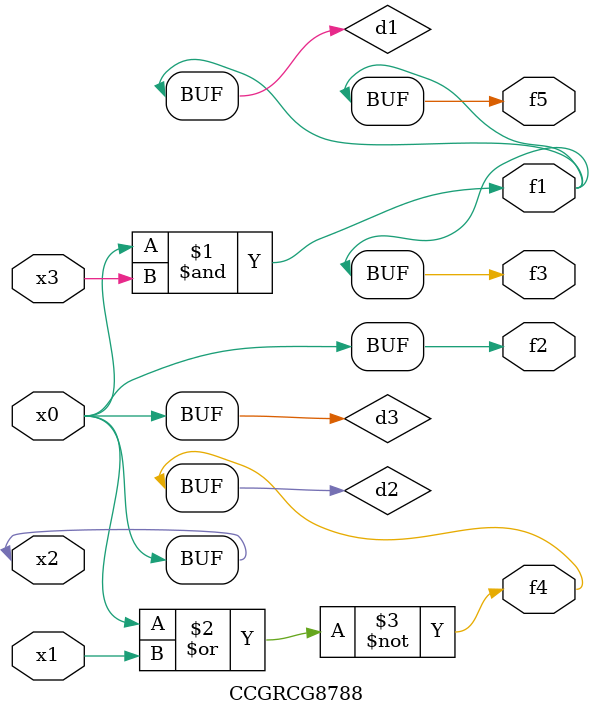
<source format=v>
module CCGRCG8788(
	input x0, x1, x2, x3,
	output f1, f2, f3, f4, f5
);

	wire d1, d2, d3;

	and (d1, x2, x3);
	nor (d2, x0, x1);
	buf (d3, x0, x2);
	assign f1 = d1;
	assign f2 = d3;
	assign f3 = d1;
	assign f4 = d2;
	assign f5 = d1;
endmodule

</source>
